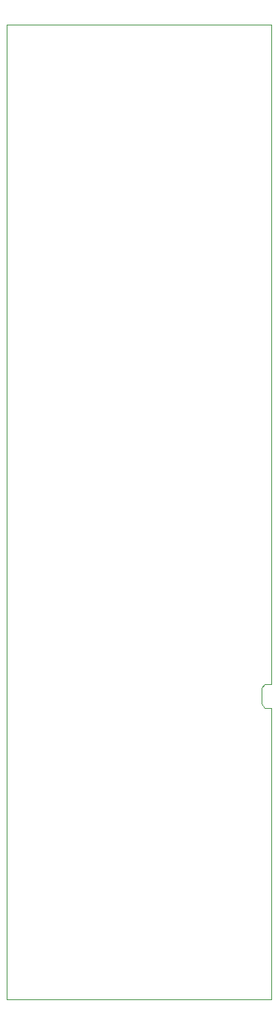
<source format=gm1>
G04 #@! TF.GenerationSoftware,KiCad,Pcbnew,8.0.5*
G04 #@! TF.CreationDate,2024-11-11T16:03:41-05:00*
G04 #@! TF.ProjectId,main,6d61696e-2e6b-4696-9361-645f70636258,rev?*
G04 #@! TF.SameCoordinates,Original*
G04 #@! TF.FileFunction,Profile,NP*
%FSLAX46Y46*%
G04 Gerber Fmt 4.6, Leading zero omitted, Abs format (unit mm)*
G04 Created by KiCad (PCBNEW 8.0.5) date 2024-11-11 16:03:41*
%MOMM*%
%LPD*%
G01*
G04 APERTURE LIST*
G04 #@! TA.AperFunction,Profile*
%ADD10C,0.100000*%
G04 #@! TD*
G04 APERTURE END LIST*
D10*
X50000000Y-93750000D02*
X49250000Y-93750000D01*
X48900000Y-94250000D01*
X48900000Y-96000000D01*
X49250000Y-96500000D01*
X50000000Y-96500000D01*
X50000000Y-129500000D01*
X20000000Y-129500000D01*
X20000000Y-19000000D01*
X50000000Y-19000000D01*
X50000000Y-93750000D01*
M02*

</source>
